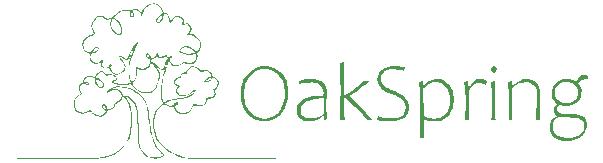
<source format=gbr>
%TF.GenerationSoftware,KiCad,Pcbnew,8.0.8*%
%TF.CreationDate,2025-02-03T20:21:24-05:00*%
%TF.ProjectId,OakSpring,4f616b53-7072-4696-9e67-2e6b69636164,rev?*%
%TF.SameCoordinates,Original*%
%TF.FileFunction,Legend,Top*%
%TF.FilePolarity,Positive*%
%FSLAX46Y46*%
G04 Gerber Fmt 4.6, Leading zero omitted, Abs format (unit mm)*
G04 Created by KiCad (PCBNEW 8.0.8) date 2025-02-03 20:21:24*
%MOMM*%
%LPD*%
G01*
G04 APERTURE LIST*
%ADD10C,0.100000*%
%ADD11C,0.000000*%
G04 APERTURE END LIST*
D10*
G36*
X340342270Y-104456819D02*
G01*
X340625516Y-104514293D01*
X340893133Y-104614871D01*
X341145123Y-104758555D01*
X341343177Y-104911218D01*
X341493806Y-105054902D01*
X341663733Y-105256647D01*
X341804858Y-105478725D01*
X341917182Y-105721137D01*
X342000706Y-105983883D01*
X342055428Y-106266963D01*
X342081349Y-106570376D01*
X342083653Y-106697435D01*
X342074017Y-106971559D01*
X342045108Y-107230953D01*
X341996927Y-107475616D01*
X341909600Y-107760729D01*
X341792159Y-108022824D01*
X341644606Y-108261903D01*
X341466939Y-108477965D01*
X341268731Y-108666186D01*
X341059550Y-108822505D01*
X340839398Y-108946922D01*
X340608273Y-109039438D01*
X340366177Y-109100051D01*
X340113109Y-109128763D01*
X340008810Y-109131315D01*
X339724849Y-109110321D01*
X339452737Y-109047337D01*
X339192476Y-108942365D01*
X338944064Y-108795405D01*
X338746105Y-108640863D01*
X338631280Y-108534141D01*
X338457132Y-108334764D01*
X338312500Y-108109865D01*
X338197385Y-107859444D01*
X338111787Y-107583502D01*
X338055705Y-107282039D01*
X338032092Y-107022493D01*
X338026779Y-106817114D01*
X338322313Y-106817114D01*
X338330651Y-107061357D01*
X338364527Y-107346052D01*
X338424461Y-107607850D01*
X338510453Y-107846750D01*
X338648040Y-108103205D01*
X338823150Y-108326687D01*
X338855983Y-108360729D01*
X339063223Y-108543338D01*
X339283771Y-108688167D01*
X339517629Y-108795214D01*
X339764796Y-108864480D01*
X340025272Y-108895964D01*
X340115055Y-108898063D01*
X340391320Y-108869838D01*
X340654846Y-108785163D01*
X340870586Y-108667654D01*
X341076967Y-108508672D01*
X341273988Y-108308217D01*
X341448712Y-108073772D01*
X341566701Y-107858855D01*
X341659586Y-107626168D01*
X341727367Y-107375712D01*
X341770044Y-107107486D01*
X341787617Y-106821491D01*
X341788119Y-106762159D01*
X341779952Y-106514825D01*
X341746774Y-106227017D01*
X341688075Y-105962941D01*
X341603854Y-105722598D01*
X341469100Y-105465514D01*
X341297596Y-105242604D01*
X341265439Y-105208775D01*
X341061907Y-105027410D01*
X340842403Y-104883569D01*
X340606928Y-104777252D01*
X340355482Y-104708459D01*
X340088065Y-104677189D01*
X339995376Y-104675104D01*
X339749304Y-104698095D01*
X339509801Y-104767067D01*
X339276866Y-104882021D01*
X339150296Y-104965753D01*
X338961161Y-105122756D01*
X338795533Y-105304335D01*
X338653415Y-105510491D01*
X338534804Y-105741224D01*
X338441839Y-105990734D01*
X338375436Y-106253218D01*
X338335594Y-106528678D01*
X338322520Y-106780350D01*
X338322313Y-106817114D01*
X338026779Y-106817114D01*
X338036434Y-106555908D01*
X338065400Y-106307791D01*
X338128762Y-106016053D01*
X338222297Y-105744769D01*
X338346005Y-105493937D01*
X338499885Y-105263558D01*
X338644713Y-105093981D01*
X338843357Y-104906112D01*
X339052317Y-104750085D01*
X339271593Y-104625900D01*
X339501185Y-104533558D01*
X339741093Y-104473058D01*
X339991317Y-104444400D01*
X340094295Y-104441852D01*
X340342270Y-104456819D01*
G37*
G36*
X344319003Y-105547981D02*
G01*
X344571050Y-105590800D01*
X344815738Y-105676195D01*
X344998691Y-105785188D01*
X345174503Y-105973093D01*
X345277060Y-106197269D01*
X345323943Y-106440329D01*
X345332083Y-106613171D01*
X345326568Y-106861589D01*
X345314909Y-107117137D01*
X345312543Y-107161496D01*
X345302114Y-107408597D01*
X345296014Y-107654543D01*
X345294225Y-107877128D01*
X345299186Y-108137247D01*
X345314070Y-108404692D01*
X345338876Y-108679466D01*
X345368720Y-108925903D01*
X345373604Y-108961566D01*
X345098831Y-108975000D01*
X345070280Y-108727062D01*
X345064637Y-108584211D01*
X345043876Y-108584211D01*
X344864143Y-108770141D01*
X344667494Y-108917602D01*
X344416691Y-109041021D01*
X344142863Y-109112081D01*
X343889829Y-109131315D01*
X343643525Y-109116126D01*
X343402379Y-109062728D01*
X343179078Y-108958304D01*
X343085048Y-108888293D01*
X342925134Y-108693969D01*
X342831599Y-108446829D01*
X342807760Y-108211741D01*
X343113136Y-108211741D01*
X343151938Y-108465841D01*
X343291310Y-108679821D01*
X343532041Y-108812285D01*
X343779108Y-108858137D01*
X343924023Y-108863869D01*
X344169155Y-108850016D01*
X344413531Y-108803304D01*
X344581036Y-108746632D01*
X344798088Y-108631424D01*
X344995772Y-108462725D01*
X345057309Y-108391259D01*
X345057309Y-107183478D01*
X344783240Y-107188905D01*
X344528132Y-107205183D01*
X344247034Y-107239043D01*
X343993241Y-107288531D01*
X343731660Y-107366019D01*
X343630931Y-107405739D01*
X343404396Y-107539004D01*
X343226910Y-107743302D01*
X343137914Y-107973234D01*
X343113136Y-108211741D01*
X342807760Y-108211741D01*
X342804169Y-108176325D01*
X342827252Y-107931833D01*
X342910161Y-107684328D01*
X343053367Y-107470863D01*
X343256871Y-107291440D01*
X343286549Y-107271406D01*
X343535515Y-107147160D01*
X343809287Y-107064013D01*
X344079999Y-107011187D01*
X344324433Y-106979702D01*
X344593634Y-106957797D01*
X344887603Y-106945470D01*
X345043876Y-106942899D01*
X345057309Y-106692550D01*
X345036057Y-106443902D01*
X344952361Y-106203492D01*
X344788642Y-106020882D01*
X344560580Y-105905535D01*
X344303248Y-105846567D01*
X344058356Y-105831594D01*
X343783125Y-105840372D01*
X343506978Y-105866704D01*
X343264598Y-105904145D01*
X343021517Y-105955027D01*
X342951936Y-105972034D01*
X342997121Y-105676500D01*
X343261209Y-105615058D01*
X343528349Y-105571170D01*
X343798543Y-105544838D01*
X344071789Y-105536060D01*
X344319003Y-105547981D01*
G37*
G36*
X346779221Y-106942899D02*
G01*
X346786549Y-106942899D01*
X347016631Y-106849044D01*
X347218315Y-106708912D01*
X347260380Y-106676674D01*
X347457079Y-106522866D01*
X347661119Y-106360943D01*
X347872502Y-106190905D01*
X347993108Y-106092934D01*
X348181425Y-105932879D01*
X348351860Y-105757634D01*
X348382676Y-105692376D01*
X348867498Y-105692376D01*
X348741713Y-105851133D01*
X348542500Y-106017746D01*
X348342337Y-106170367D01*
X348255669Y-106234595D01*
X347764741Y-106597295D01*
X347555914Y-106752161D01*
X347348536Y-106906526D01*
X347222522Y-107001517D01*
X347222522Y-107008845D01*
X347420355Y-107177966D01*
X347604400Y-107346243D01*
X347663381Y-107402076D01*
X347849152Y-107579189D01*
X348032702Y-107756514D01*
X348219701Y-107938627D01*
X348321615Y-108038328D01*
X348482815Y-108197086D01*
X348667295Y-108386069D01*
X348851741Y-108580223D01*
X349014856Y-108762732D01*
X349023813Y-108773499D01*
X349163032Y-108975000D01*
X348692864Y-108975000D01*
X348549677Y-108761287D01*
X348370693Y-108559176D01*
X348189471Y-108365919D01*
X348120115Y-108293562D01*
X347947654Y-108114804D01*
X347756916Y-107919028D01*
X347583866Y-107743689D01*
X347404330Y-107564955D01*
X347228628Y-107394748D01*
X347033307Y-107221623D01*
X346816408Y-107093339D01*
X346792655Y-107090666D01*
X346779221Y-107090666D01*
X346781963Y-107339773D01*
X346788285Y-107606915D01*
X346795740Y-107854095D01*
X346802424Y-108051762D01*
X346812292Y-108321757D01*
X346821566Y-108583670D01*
X346830152Y-108841079D01*
X346834176Y-108975000D01*
X346442166Y-108975000D01*
X346448120Y-108724444D01*
X346456821Y-108470638D01*
X346477581Y-107747679D01*
X346482816Y-107472424D01*
X346486764Y-107187352D01*
X346489126Y-106935190D01*
X346490543Y-106675816D01*
X346491015Y-106409228D01*
X346490349Y-106145274D01*
X346488353Y-105891968D01*
X346483621Y-105570788D01*
X346476522Y-105268538D01*
X346467058Y-104985216D01*
X346455228Y-104720823D01*
X346441031Y-104475359D01*
X346419958Y-104195148D01*
X346415300Y-104142655D01*
X346813415Y-104129221D01*
X346807305Y-104406971D01*
X346801795Y-104670983D01*
X346796886Y-104921255D01*
X346791276Y-105233581D01*
X346786735Y-105521482D01*
X346783262Y-105784959D01*
X346780424Y-106079959D01*
X346779255Y-106336795D01*
X346779221Y-106383583D01*
X346779221Y-106942899D01*
G37*
G36*
X349899424Y-105484769D02*
G01*
X349924926Y-105737303D01*
X349980024Y-105887770D01*
X350142612Y-106085947D01*
X350273115Y-106191852D01*
X350492137Y-106325456D01*
X350730846Y-106436625D01*
X350867847Y-106491050D01*
X351096920Y-106581830D01*
X351327963Y-106683341D01*
X351537072Y-106786584D01*
X351750666Y-106913047D01*
X351943527Y-107067482D01*
X351985258Y-107110205D01*
X352135095Y-107310103D01*
X352209961Y-107474127D01*
X352265023Y-107720161D01*
X352275907Y-107911322D01*
X352256038Y-108162960D01*
X352184673Y-108415198D01*
X352061407Y-108629731D01*
X351886239Y-108806559D01*
X351860694Y-108826011D01*
X351629426Y-108959582D01*
X351388249Y-109045150D01*
X351110840Y-109101500D01*
X350844224Y-109126545D01*
X350651692Y-109131315D01*
X350387807Y-109124887D01*
X350140051Y-109105603D01*
X349876650Y-109067821D01*
X349634315Y-109013248D01*
X349577023Y-108996981D01*
X349645411Y-108673360D01*
X349893785Y-108756908D01*
X350144337Y-108818410D01*
X350192515Y-108827233D01*
X350440187Y-108857912D01*
X350684420Y-108869599D01*
X350738398Y-108869975D01*
X351004253Y-108859690D01*
X351268302Y-108822748D01*
X351514632Y-108749075D01*
X351688503Y-108655041D01*
X351863018Y-108473678D01*
X351965093Y-108226801D01*
X351994728Y-107976081D01*
X351995027Y-107945516D01*
X351967033Y-107696513D01*
X351872636Y-107462069D01*
X351758112Y-107311706D01*
X351566391Y-107155762D01*
X351350160Y-107030664D01*
X351115126Y-106920953D01*
X350879622Y-106826729D01*
X350837316Y-106811008D01*
X350595459Y-106715395D01*
X350350190Y-106601785D01*
X350118541Y-106469227D01*
X349919975Y-106316631D01*
X349884769Y-106282222D01*
X349732503Y-106075015D01*
X349643441Y-105832887D01*
X349617323Y-105582466D01*
X349641061Y-105337460D01*
X349724512Y-105092118D01*
X349868049Y-104878847D01*
X349997121Y-104754483D01*
X350224184Y-104603358D01*
X350478103Y-104501692D01*
X350726353Y-104452843D01*
X350926465Y-104441852D01*
X351186977Y-104447579D01*
X351463239Y-104468149D01*
X351716602Y-104503679D01*
X351974267Y-104561531D01*
X351905879Y-104849738D01*
X351662037Y-104795475D01*
X351420751Y-104750896D01*
X351363660Y-104742271D01*
X351109967Y-104715609D01*
X350905704Y-104709298D01*
X350652344Y-104726783D01*
X350411393Y-104787223D01*
X350195659Y-104903571D01*
X350161985Y-104930338D01*
X349991987Y-105128475D01*
X349908654Y-105363697D01*
X349899424Y-105484769D01*
G37*
G36*
X354973162Y-105560195D02*
G01*
X355218322Y-105632598D01*
X355436718Y-105753271D01*
X355628350Y-105922212D01*
X355725837Y-106040422D01*
X355870969Y-106268844D01*
X355980455Y-106513862D01*
X356054295Y-106775476D01*
X356092487Y-107053686D01*
X356098307Y-107220115D01*
X356087455Y-107472205D01*
X356045781Y-107756137D01*
X355972851Y-108019805D01*
X355868666Y-108263208D01*
X355733226Y-108486347D01*
X355653785Y-108590317D01*
X355477344Y-108774172D01*
X355246860Y-108940592D01*
X354989845Y-109055237D01*
X354748431Y-109112295D01*
X354487526Y-109131315D01*
X354232769Y-109119827D01*
X353978890Y-109078020D01*
X353918440Y-109061706D01*
X353686500Y-108970004D01*
X353581385Y-108896842D01*
X353553297Y-108896842D01*
X353553621Y-109146084D01*
X353554939Y-109439927D01*
X353557270Y-109714092D01*
X353560616Y-109968579D01*
X353565968Y-110247989D01*
X353572780Y-110499063D01*
X353574057Y-110538154D01*
X353202808Y-110538154D01*
X353213134Y-110281896D01*
X353220041Y-110036756D01*
X353224812Y-109775282D01*
X353227233Y-109533094D01*
X353228660Y-109281331D01*
X353229737Y-109021854D01*
X353230463Y-108754663D01*
X353230839Y-108479759D01*
X353230896Y-108319207D01*
X353230896Y-107687840D01*
X353230295Y-107430097D01*
X353228075Y-107153923D01*
X353224218Y-106904164D01*
X353217806Y-106651067D01*
X353213799Y-106537456D01*
X353201798Y-106322522D01*
X353498342Y-106322522D01*
X353500362Y-106587411D01*
X353505021Y-106838485D01*
X353511432Y-107087613D01*
X353515439Y-107221336D01*
X353526430Y-107930861D01*
X353529650Y-108190441D01*
X353531940Y-108453765D01*
X353532536Y-108633060D01*
X353750224Y-108756824D01*
X353929431Y-108818684D01*
X354173063Y-108867227D01*
X354432571Y-108883408D01*
X354695412Y-108862254D01*
X354931490Y-108798792D01*
X355168520Y-108674457D01*
X355370592Y-108494862D01*
X355415648Y-108441329D01*
X355553167Y-108233777D01*
X355656910Y-107997942D01*
X355726876Y-107733824D01*
X355759963Y-107484925D01*
X355768579Y-107261636D01*
X355757202Y-107014583D01*
X355715169Y-106753595D01*
X355629207Y-106491244D01*
X355502792Y-106267209D01*
X355444958Y-106193073D01*
X355244577Y-106008299D01*
X355006136Y-105883997D01*
X354762237Y-105824272D01*
X354559577Y-105810833D01*
X354310793Y-105830754D01*
X354066858Y-105897296D01*
X353946528Y-105952494D01*
X353729710Y-106093044D01*
X353545149Y-106266785D01*
X353498342Y-106322522D01*
X353201798Y-106322522D01*
X353199059Y-106273464D01*
X353176209Y-106029507D01*
X353141707Y-105784296D01*
X353138084Y-105763206D01*
X353461706Y-105692376D01*
X353512997Y-106083164D01*
X353526430Y-106083164D01*
X353693393Y-105890923D01*
X353898662Y-105741297D01*
X353990491Y-105691154D01*
X354233551Y-105596644D01*
X354481098Y-105548328D01*
X354701238Y-105536060D01*
X354973162Y-105560195D01*
G37*
G36*
X358835048Y-106083164D02*
G01*
X358625019Y-105934329D01*
X358388572Y-105850609D01*
X358257414Y-105838921D01*
X358012146Y-105869557D01*
X357778665Y-105971070D01*
X357702983Y-106024546D01*
X357532830Y-106203179D01*
X357411901Y-106417445D01*
X357357379Y-106564323D01*
X357357626Y-106865235D01*
X357358367Y-107150649D01*
X357359601Y-107420563D01*
X357361329Y-107674979D01*
X357364401Y-107990090D01*
X357368351Y-108277648D01*
X357373179Y-108537652D01*
X357380447Y-108823910D01*
X357385467Y-108975000D01*
X357048412Y-108975000D01*
X357058263Y-108689994D01*
X357066444Y-108414290D01*
X357072955Y-108147889D01*
X357077797Y-107890790D01*
X357080970Y-107642993D01*
X357082573Y-107357916D01*
X357082606Y-107311706D01*
X357077926Y-107023852D01*
X357063887Y-106735483D01*
X357040488Y-106446599D01*
X357007730Y-106157200D01*
X356965613Y-105867286D01*
X356949494Y-105770533D01*
X357251133Y-105692376D01*
X357297193Y-105938295D01*
X357333791Y-106187805D01*
X357337840Y-106239480D01*
X357379361Y-106239480D01*
X357526026Y-106016662D01*
X357687341Y-105822632D01*
X357809228Y-105710694D01*
X358032405Y-105579719D01*
X358264741Y-105536060D01*
X358524402Y-105564577D01*
X358782689Y-105634416D01*
X358924197Y-105685048D01*
X358835048Y-106083164D01*
G37*
G36*
X359517707Y-104441852D02*
G01*
X359669138Y-104520010D01*
X359727756Y-104699528D01*
X359665474Y-104903471D01*
X359476186Y-104988956D01*
X359306437Y-104913241D01*
X359242934Y-104731280D01*
X359316207Y-104531001D01*
X359517707Y-104441852D01*
G37*
G36*
X359222173Y-105783967D02*
G01*
X359610519Y-105692376D01*
X359599613Y-105943977D01*
X359590555Y-106205715D01*
X359583346Y-106477590D01*
X359577985Y-106759602D01*
X359574473Y-107051752D01*
X359572810Y-107354038D01*
X359572662Y-107477791D01*
X359573914Y-107732338D01*
X359577671Y-107979252D01*
X359585484Y-108265474D01*
X359596905Y-108540705D01*
X359611931Y-108804945D01*
X359623953Y-108975000D01*
X359263695Y-108975000D01*
X359278471Y-108722385D01*
X359290743Y-108476687D01*
X359302163Y-108190980D01*
X359309977Y-107915234D01*
X359314184Y-107649448D01*
X359314986Y-107477791D01*
X359312720Y-107184634D01*
X359305922Y-106902031D01*
X359294592Y-106629983D01*
X359278731Y-106368489D01*
X359258337Y-106117550D01*
X359227883Y-105830355D01*
X359222173Y-105783967D01*
G37*
G36*
X361043004Y-106161322D02*
G01*
X361050331Y-106161322D01*
X361226113Y-105981193D01*
X361436658Y-105805338D01*
X361646774Y-105673447D01*
X361891366Y-105575139D01*
X362135374Y-105536671D01*
X362170184Y-105536060D01*
X362416238Y-105548449D01*
X362662808Y-105592947D01*
X362896044Y-105681690D01*
X363064113Y-105794958D01*
X363222537Y-105994335D01*
X363314951Y-106238014D01*
X363357198Y-106505708D01*
X363364532Y-106697435D01*
X363362090Y-106949005D01*
X363358426Y-107127302D01*
X363358784Y-107378343D01*
X363360158Y-107637088D01*
X363362090Y-107817288D01*
X363364532Y-108975000D01*
X363021371Y-108975000D01*
X363040834Y-108706600D01*
X363057702Y-108435681D01*
X363071975Y-108162243D01*
X363083653Y-107886287D01*
X363092735Y-107607812D01*
X363099223Y-107326818D01*
X363103116Y-107043306D01*
X363104413Y-106757274D01*
X363086706Y-106508681D01*
X363014769Y-106257831D01*
X362871724Y-106058758D01*
X362821092Y-106018440D01*
X362585588Y-105896395D01*
X362329279Y-105834003D01*
X362090806Y-105818161D01*
X361844961Y-105839782D01*
X361608583Y-105904647D01*
X361381672Y-106012756D01*
X361164228Y-106164108D01*
X361044225Y-106270010D01*
X361039481Y-106538239D01*
X361037613Y-106794068D01*
X361036926Y-107069643D01*
X361036898Y-107145621D01*
X361037091Y-107397983D01*
X361037670Y-107642617D01*
X361038768Y-107905368D01*
X361039340Y-108007798D01*
X361046667Y-108750296D01*
X361050331Y-108975000D01*
X360720603Y-108975000D01*
X360734914Y-108676260D01*
X360747317Y-108403471D01*
X360757812Y-108156633D01*
X360768247Y-107884579D01*
X360776834Y-107611638D01*
X360781425Y-107367004D01*
X360781664Y-107311706D01*
X360776855Y-107051129D01*
X360762430Y-106776814D01*
X360738387Y-106488760D01*
X360711005Y-106238220D01*
X360676945Y-105978140D01*
X360644888Y-105763206D01*
X360981943Y-105692376D01*
X361043004Y-106161322D01*
G37*
G36*
X367302887Y-105229289D02*
G01*
X367438503Y-105244190D01*
X367411636Y-105533618D01*
X367157585Y-105546841D01*
X366908608Y-105600562D01*
X366842550Y-105627651D01*
X366657702Y-105791351D01*
X366638607Y-105871894D01*
X366638607Y-105892655D01*
X366779810Y-106093201D01*
X366838886Y-106212613D01*
X366899494Y-106454571D01*
X366906053Y-106580198D01*
X366883041Y-106837512D01*
X366814004Y-107074561D01*
X366742411Y-107221336D01*
X366583234Y-107430155D01*
X366388002Y-107583198D01*
X366252704Y-107654867D01*
X366004721Y-107744912D01*
X365749869Y-107793398D01*
X365576151Y-107802634D01*
X365325938Y-107791909D01*
X365234211Y-107781873D01*
X364999738Y-107725697D01*
X364838701Y-107915544D01*
X364793353Y-108131140D01*
X364904324Y-108354311D01*
X365051029Y-108425453D01*
X365293984Y-108471342D01*
X365553339Y-108492751D01*
X365837376Y-108503220D01*
X366123255Y-108506053D01*
X366415488Y-108518666D01*
X366668756Y-108556505D01*
X366930548Y-108639276D01*
X367164334Y-108790631D01*
X367310450Y-108998743D01*
X367368897Y-109263613D01*
X367370115Y-109313276D01*
X367347733Y-109572369D01*
X367280589Y-109813230D01*
X367168682Y-110035858D01*
X367012013Y-110240254D01*
X366902390Y-110348866D01*
X366681172Y-110513983D01*
X366425711Y-110638546D01*
X366179488Y-110713035D01*
X365908107Y-110757729D01*
X365662737Y-110772213D01*
X365611566Y-110772627D01*
X365341437Y-110759362D01*
X365096319Y-110719566D01*
X364846809Y-110641599D01*
X364629967Y-110528980D01*
X364580861Y-110495411D01*
X364394906Y-110317742D01*
X364269809Y-110096604D01*
X364205571Y-109831995D01*
X364196179Y-109666207D01*
X364208793Y-109537979D01*
X364450191Y-109537979D01*
X364475984Y-109786241D01*
X364565142Y-110020848D01*
X364717984Y-110212044D01*
X364776256Y-110260938D01*
X365010338Y-110392958D01*
X365272810Y-110469970D01*
X365547316Y-110505175D01*
X365738572Y-110511287D01*
X366015263Y-110497554D01*
X366262969Y-110456356D01*
X366510571Y-110375642D01*
X366743870Y-110241958D01*
X366766835Y-110224302D01*
X366958103Y-110034369D01*
X367078531Y-109821778D01*
X367129181Y-109561756D01*
X367129535Y-109536758D01*
X367097789Y-109293488D01*
X366978410Y-109071475D01*
X366860868Y-108970115D01*
X366614083Y-108869994D01*
X366355567Y-108823283D01*
X366074769Y-108800442D01*
X365793527Y-108794260D01*
X365528676Y-108789609D01*
X365271458Y-108775655D01*
X365021872Y-108752400D01*
X364972871Y-108746632D01*
X364752442Y-108876997D01*
X364586967Y-109055600D01*
X364484385Y-109277555D01*
X364450325Y-109520576D01*
X364450191Y-109537979D01*
X364208793Y-109537979D01*
X364221171Y-109412148D01*
X364296147Y-109177840D01*
X364347609Y-109076360D01*
X364510265Y-108870195D01*
X364715301Y-108724801D01*
X364808007Y-108680687D01*
X364808007Y-108667254D01*
X364622383Y-108507274D01*
X364552090Y-108264551D01*
X364550331Y-108209298D01*
X364600113Y-107967751D01*
X364734437Y-107763388D01*
X364851971Y-107652424D01*
X364851971Y-107645097D01*
X364654764Y-107498074D01*
X364533234Y-107343457D01*
X364422204Y-107116254D01*
X364374778Y-106873466D01*
X364370812Y-106771929D01*
X364381379Y-106649808D01*
X364639480Y-106649808D01*
X364666313Y-106905714D01*
X364757815Y-107140102D01*
X364914253Y-107325139D01*
X365124661Y-107457938D01*
X365378071Y-107535612D01*
X365645760Y-107558391D01*
X365890838Y-107535851D01*
X366127089Y-107458990D01*
X366328419Y-107327581D01*
X366492138Y-107130890D01*
X366580294Y-106888860D01*
X366597086Y-106702320D01*
X366570730Y-106449085D01*
X366480855Y-106213227D01*
X366327198Y-106022103D01*
X366118417Y-105882352D01*
X365863170Y-105800611D01*
X365619770Y-105776879D01*
X365590806Y-105776639D01*
X365337427Y-105799656D01*
X365097555Y-105878145D01*
X364898377Y-106012334D01*
X364740611Y-106211888D01*
X364655661Y-106458840D01*
X364639480Y-106649808D01*
X364381379Y-106649808D01*
X364392184Y-106524938D01*
X364467317Y-106269700D01*
X364596546Y-106038418D01*
X364712752Y-105897540D01*
X364899293Y-105739392D01*
X365116974Y-105626430D01*
X365365797Y-105558653D01*
X365609062Y-105536413D01*
X365645760Y-105536060D01*
X365901452Y-105551325D01*
X366152247Y-105604992D01*
X366385136Y-105709940D01*
X366483513Y-105780303D01*
X366511601Y-105780303D01*
X366589936Y-105545404D01*
X366713101Y-105358984D01*
X366931866Y-105236667D01*
X367053820Y-105223429D01*
X367302887Y-105229289D01*
G37*
D11*
%TO.C,G\u002A\u002A\u002A*%
G36*
X330886369Y-99152502D02*
G01*
X331014046Y-99202384D01*
X331026292Y-99208254D01*
X331216044Y-99340197D01*
X331370685Y-99525965D01*
X331471950Y-99742696D01*
X331481971Y-99778685D01*
X331514763Y-99882244D01*
X331556474Y-99929260D01*
X331627025Y-99940929D01*
X331634501Y-99940971D01*
X331791546Y-99974644D01*
X331912046Y-100076546D01*
X331997475Y-100248007D01*
X332005981Y-100275134D01*
X332040722Y-100408771D01*
X332062576Y-100524861D01*
X332066422Y-100569683D01*
X332082818Y-100645462D01*
X332120110Y-100652468D01*
X332160452Y-100590221D01*
X332166434Y-100572372D01*
X332236961Y-100442663D01*
X332356315Y-100318925D01*
X332466869Y-100244763D01*
X332646625Y-100193700D01*
X332840050Y-100218683D01*
X332992256Y-100287591D01*
X333135765Y-100407824D01*
X333217215Y-100556846D01*
X333229198Y-100719659D01*
X333222369Y-100753509D01*
X333211011Y-100812257D01*
X333227282Y-100839227D01*
X333288559Y-100842147D01*
X333395911Y-100830673D01*
X333518394Y-100820659D01*
X333598846Y-100835474D01*
X333672714Y-100887217D01*
X333733513Y-100945908D01*
X333843491Y-101100545D01*
X333875813Y-101266282D01*
X333830420Y-101442210D01*
X333774150Y-101540276D01*
X333706652Y-101642832D01*
X333683200Y-101696573D01*
X333703183Y-101717265D01*
X333765991Y-101720672D01*
X333767157Y-101720672D01*
X333961807Y-101754591D01*
X334165375Y-101846364D01*
X334357722Y-101981019D01*
X334518708Y-102143580D01*
X334628192Y-102319074D01*
X334649385Y-102376597D01*
X334690022Y-102617580D01*
X334670907Y-102849383D01*
X334596241Y-103055345D01*
X334470221Y-103218804D01*
X334428514Y-103253063D01*
X334351841Y-103319838D01*
X334331395Y-103377988D01*
X334346343Y-103436158D01*
X334383789Y-103630635D01*
X334360274Y-103829802D01*
X334282226Y-104010162D01*
X334156073Y-104148218D01*
X334150417Y-104152315D01*
X333995931Y-104244114D01*
X333846558Y-104286431D01*
X333678710Y-104281915D01*
X333468804Y-104233212D01*
X333458039Y-104230038D01*
X333166191Y-104143398D01*
X333080813Y-104251939D01*
X332931185Y-104379355D01*
X332727513Y-104451524D01*
X332533615Y-104468740D01*
X332413675Y-104463579D01*
X332328091Y-104438751D01*
X332245938Y-104380235D01*
X332162785Y-104300627D01*
X332031760Y-104141377D01*
X331967963Y-103989329D01*
X331965751Y-103978353D01*
X331894110Y-103805998D01*
X331798949Y-103694154D01*
X331661069Y-103564116D01*
X331577436Y-103642686D01*
X331436846Y-103740651D01*
X331294064Y-103781333D01*
X331168226Y-103760079D01*
X331146162Y-103747586D01*
X331066062Y-103672425D01*
X331025100Y-103601967D01*
X331005331Y-103555751D01*
X330977825Y-103555080D01*
X330926614Y-103606331D01*
X330882649Y-103658852D01*
X330750350Y-103777548D01*
X330611802Y-103845869D01*
X330509803Y-103885294D01*
X330465054Y-103934303D01*
X330456621Y-103994042D01*
X330421586Y-104222018D01*
X330325266Y-104431835D01*
X330179354Y-104603398D01*
X330050786Y-104691627D01*
X329897352Y-104739696D01*
X329712033Y-104754185D01*
X329531325Y-104734936D01*
X329413095Y-104694350D01*
X329291916Y-104630386D01*
X329295321Y-104932330D01*
X329275942Y-105223752D01*
X329208117Y-105460871D01*
X329088209Y-105653857D01*
X329007440Y-105737112D01*
X328933212Y-105807947D01*
X328894596Y-105866407D01*
X328894930Y-105927848D01*
X328937552Y-106007627D01*
X329025802Y-106121102D01*
X329113578Y-106225347D01*
X329343226Y-106437960D01*
X329536585Y-106553487D01*
X329671838Y-106616103D01*
X329780402Y-106651240D01*
X329894289Y-106665057D01*
X330045511Y-106663711D01*
X330098052Y-106661494D01*
X330346793Y-106631354D01*
X330540752Y-106559306D01*
X330696650Y-106434533D01*
X330831203Y-106246216D01*
X330880499Y-106155187D01*
X330949754Y-105991873D01*
X331012458Y-105795025D01*
X331063551Y-105587318D01*
X331097973Y-105391423D01*
X331110665Y-105230013D01*
X331104388Y-105151940D01*
X331079807Y-105032526D01*
X331065567Y-104963351D01*
X331033623Y-104893786D01*
X330963018Y-104781627D01*
X330865428Y-104644540D01*
X330790761Y-104547542D01*
X330684637Y-104409117D01*
X330600068Y-104289638D01*
X330547509Y-104204436D01*
X330535356Y-104173023D01*
X330552305Y-104109685D01*
X330605256Y-104104422D01*
X330697362Y-104158684D01*
X330831778Y-104273921D01*
X330902537Y-104341763D01*
X331079671Y-104508989D01*
X331215389Y-104621194D01*
X331317764Y-104684314D01*
X331394869Y-104704287D01*
X331395549Y-104704289D01*
X331457763Y-104665962D01*
X331524092Y-104554184D01*
X331592259Y-104373761D01*
X331651308Y-104164615D01*
X331696520Y-103996291D01*
X331733409Y-103891811D01*
X331768199Y-103837859D01*
X331807115Y-103821122D01*
X331811952Y-103820981D01*
X331879155Y-103854949D01*
X331914294Y-103950264D01*
X331918331Y-104097041D01*
X331892234Y-104285397D01*
X331836967Y-104505448D01*
X331753496Y-104747310D01*
X331711425Y-104850294D01*
X331587131Y-105161623D01*
X331496899Y-105442686D01*
X331436008Y-105717484D01*
X331399741Y-106010019D01*
X331383378Y-106344292D01*
X331381199Y-106529791D01*
X331381451Y-106771545D01*
X331384860Y-106950051D01*
X331393020Y-107080562D01*
X331407525Y-107178331D01*
X331429968Y-107258610D01*
X331461943Y-107336653D01*
X331466564Y-107346739D01*
X331553724Y-107535556D01*
X331721742Y-107438658D01*
X331898618Y-107348582D01*
X332084320Y-107281482D01*
X332298678Y-107232221D01*
X332561523Y-107195668D01*
X332719452Y-107180368D01*
X332925663Y-107158851D01*
X333124302Y-107131832D01*
X333290202Y-107103075D01*
X333383508Y-107081032D01*
X333543539Y-107016664D01*
X333716900Y-106920501D01*
X333879842Y-106808348D01*
X334008616Y-106696012D01*
X334064321Y-106627936D01*
X334092101Y-106578718D01*
X334079666Y-106575936D01*
X334019940Y-106622290D01*
X333971889Y-106663225D01*
X333754240Y-106814930D01*
X333503490Y-106932803D01*
X333253512Y-107001500D01*
X333212282Y-107007333D01*
X333068316Y-107014004D01*
X332951906Y-106986877D01*
X332852081Y-106937563D01*
X332690420Y-106811703D01*
X332599162Y-106660121D01*
X332580863Y-106491322D01*
X332638080Y-106313812D01*
X332655452Y-106283461D01*
X332733833Y-106154904D01*
X332640832Y-106119545D01*
X332524427Y-106042486D01*
X332430929Y-105923406D01*
X332382799Y-105793155D01*
X332380487Y-105761976D01*
X332416003Y-105627487D01*
X332508844Y-105504923D01*
X332638451Y-105416154D01*
X332733141Y-105386859D01*
X332835985Y-105359740D01*
X332897680Y-105304011D01*
X332942215Y-105210576D01*
X333030543Y-105072837D01*
X333165145Y-104997014D01*
X333306580Y-104979096D01*
X333393282Y-104951708D01*
X333444043Y-104871136D01*
X333552632Y-104689052D01*
X333713935Y-104554847D01*
X333910997Y-104480190D01*
X334028640Y-104468740D01*
X334256907Y-104502960D01*
X334450477Y-104607181D01*
X334569161Y-104724465D01*
X334690912Y-104872169D01*
X334851641Y-104807858D01*
X335042260Y-104752624D01*
X335203332Y-104757477D01*
X335354648Y-104821851D01*
X335472319Y-104919534D01*
X335570173Y-105046418D01*
X335629428Y-105175155D01*
X335638764Y-105235484D01*
X335663778Y-105298582D01*
X335747656Y-105351040D01*
X335804478Y-105372887D01*
X335965186Y-105466685D01*
X336095593Y-105614484D01*
X336174346Y-105791628D01*
X336180538Y-105970567D01*
X336116817Y-106151526D01*
X335999859Y-106306247D01*
X335915318Y-106396651D01*
X335878120Y-106463245D01*
X335877256Y-106534748D01*
X335889882Y-106593106D01*
X335906292Y-106776559D01*
X335853833Y-106940583D01*
X335762645Y-107065905D01*
X335683805Y-107141318D01*
X335601012Y-107179820D01*
X335481163Y-107194922D01*
X335442497Y-107196591D01*
X335232515Y-107203980D01*
X335165735Y-107408829D01*
X335071182Y-107619980D01*
X334945321Y-107762854D01*
X334783094Y-107843174D01*
X334781303Y-107843672D01*
X334625282Y-107858836D01*
X334442745Y-107836965D01*
X334272523Y-107784546D01*
X334200675Y-107746661D01*
X334131317Y-107712096D01*
X334097899Y-107710937D01*
X334072070Y-107752888D01*
X334021497Y-107845989D01*
X333956514Y-107971145D01*
X333948066Y-107987751D01*
X333792854Y-108226402D01*
X333606570Y-108393372D01*
X333390599Y-108488012D01*
X333146324Y-108509675D01*
X332917508Y-108470236D01*
X332755357Y-108395464D01*
X332600459Y-108273814D01*
X332477059Y-108127920D01*
X332414809Y-108000974D01*
X332380772Y-107905593D01*
X332339657Y-107867749D01*
X332265761Y-107868704D01*
X332239013Y-107872833D01*
X332078066Y-107873400D01*
X331891332Y-107837317D01*
X331716730Y-107773827D01*
X331630969Y-107724590D01*
X331523653Y-107648175D01*
X331310882Y-107842635D01*
X331074028Y-108111281D01*
X330893840Y-108428510D01*
X330772568Y-108786309D01*
X330712461Y-109176661D01*
X330715768Y-109591549D01*
X330748645Y-109846159D01*
X330830332Y-110199565D01*
X330949310Y-110503705D01*
X331117186Y-110780885D01*
X331345568Y-111053405D01*
X331413308Y-111123251D01*
X331823621Y-111481063D01*
X332281615Y-111776681D01*
X332786349Y-112009556D01*
X333146021Y-112129018D01*
X333460086Y-112218675D01*
X337317195Y-112231543D01*
X337996389Y-112234192D01*
X338615487Y-112237394D01*
X339172521Y-112241124D01*
X339665528Y-112245355D01*
X340092542Y-112250061D01*
X340451596Y-112255217D01*
X340740727Y-112260797D01*
X340957967Y-112266774D01*
X341101352Y-112273124D01*
X341168916Y-112279819D01*
X341174305Y-112282386D01*
X341135362Y-112289223D01*
X341019791Y-112295435D01*
X340829477Y-112301004D01*
X340566306Y-112305910D01*
X340232162Y-112310134D01*
X339828932Y-112313657D01*
X339358501Y-112316459D01*
X338822754Y-112318522D01*
X338223578Y-112319826D01*
X337562856Y-112320352D01*
X337449121Y-112320363D01*
X336801201Y-112320333D01*
X336226618Y-112320084D01*
X335720193Y-112319382D01*
X335276746Y-112317988D01*
X334891098Y-112315669D01*
X334558069Y-112312186D01*
X334272482Y-112307304D01*
X334029155Y-112300788D01*
X333822910Y-112292400D01*
X333648568Y-112281904D01*
X333500950Y-112269065D01*
X333374875Y-112253646D01*
X333265165Y-112235411D01*
X333166640Y-112214124D01*
X333074122Y-112189549D01*
X332982430Y-112161449D01*
X332886386Y-112129589D01*
X332827633Y-112109630D01*
X332374018Y-111924209D01*
X331962631Y-111687724D01*
X331577027Y-111389737D01*
X331339977Y-111165779D01*
X331084151Y-110878146D01*
X330892526Y-110590944D01*
X330758809Y-110288334D01*
X330676705Y-109954475D01*
X330639918Y-109573529D01*
X330636467Y-109395634D01*
X330654911Y-109002973D01*
X330714507Y-108666017D01*
X330820514Y-108370640D01*
X330978193Y-108102713D01*
X331192804Y-107848109D01*
X331224803Y-107815609D01*
X331441550Y-107598862D01*
X331634583Y-107598862D01*
X331665162Y-107639253D01*
X331739086Y-107691634D01*
X331742543Y-107693633D01*
X331879971Y-107752476D01*
X332029286Y-107785380D01*
X332172047Y-107792555D01*
X332289817Y-107774212D01*
X332364155Y-107730559D01*
X332377165Y-107695371D01*
X332459004Y-107695371D01*
X332485011Y-107706757D01*
X332543769Y-107683901D01*
X332606382Y-107641187D01*
X332637410Y-107606566D01*
X332646294Y-107552206D01*
X332639837Y-107541588D01*
X332599061Y-107547461D01*
X332536923Y-107591164D01*
X332481071Y-107649185D01*
X332459004Y-107695371D01*
X332377165Y-107695371D01*
X332380487Y-107686386D01*
X332412872Y-107609483D01*
X332491517Y-107529601D01*
X332588658Y-107469940D01*
X332660588Y-107452357D01*
X332722299Y-107476735D01*
X332735324Y-107538610D01*
X332707607Y-107621087D01*
X332647091Y-107707275D01*
X332561720Y-107780282D01*
X332490091Y-107814946D01*
X332461939Y-107859276D01*
X332477725Y-107945043D01*
X332530574Y-108053824D01*
X332613617Y-108167195D01*
X332627080Y-108182189D01*
X332807299Y-108323301D01*
X333020075Y-108402896D01*
X333246609Y-108418677D01*
X333468098Y-108368348D01*
X333597924Y-108300778D01*
X333707539Y-108202823D01*
X333815424Y-108050666D01*
X333894132Y-107907082D01*
X333967494Y-107771807D01*
X334032347Y-107668664D01*
X334078034Y-107614030D01*
X334087884Y-107609389D01*
X334146832Y-107626086D01*
X334244078Y-107668006D01*
X334284506Y-107687906D01*
X334451709Y-107745324D01*
X334629521Y-107766422D01*
X334762937Y-107756915D01*
X334856356Y-107719255D01*
X334932101Y-107654851D01*
X335013742Y-107543294D01*
X335077583Y-107405150D01*
X335088052Y-107370230D01*
X335118581Y-107254335D01*
X335142923Y-107167333D01*
X335148831Y-107148263D01*
X335200089Y-107116587D01*
X335323754Y-107104086D01*
X335382023Y-107104344D01*
X335544452Y-107096742D01*
X335654532Y-107056712D01*
X335735790Y-106972006D01*
X335778903Y-106897738D01*
X335828787Y-106759338D01*
X335817442Y-106631435D01*
X335776072Y-106535118D01*
X335727436Y-106426850D01*
X335725146Y-106370074D01*
X335768882Y-106353144D01*
X335771020Y-106353130D01*
X335865695Y-106319303D01*
X335962765Y-106232490D01*
X336041353Y-106114696D01*
X336071439Y-106036505D01*
X336084192Y-105856574D01*
X336033816Y-105685180D01*
X335930312Y-105544058D01*
X335808176Y-105464201D01*
X335712173Y-105427663D01*
X335661271Y-105425432D01*
X335629231Y-105459019D01*
X335620079Y-105475026D01*
X335533794Y-105591093D01*
X335414549Y-105703480D01*
X335289333Y-105789475D01*
X335206131Y-105823352D01*
X335088192Y-105824780D01*
X335002880Y-105780435D01*
X334971523Y-105704631D01*
X334977948Y-105691379D01*
X335078160Y-105691379D01*
X335078459Y-105735436D01*
X335128636Y-105747981D01*
X335216850Y-105726985D01*
X335331260Y-105670419D01*
X335355884Y-105654895D01*
X335439528Y-105582876D01*
X335484854Y-105523150D01*
X335496213Y-105465976D01*
X335456277Y-105447981D01*
X335379376Y-105465233D01*
X335279840Y-105513803D01*
X335171999Y-105589761D01*
X335139580Y-105617838D01*
X335078160Y-105691379D01*
X334977948Y-105691379D01*
X335003650Y-105638362D01*
X335086399Y-105554713D01*
X335199327Y-105469682D01*
X335321987Y-105399267D01*
X335402711Y-105367234D01*
X335513301Y-105319382D01*
X335559604Y-105264674D01*
X335560248Y-105257503D01*
X335528635Y-105146335D01*
X335448298Y-105025929D01*
X335340297Y-104923026D01*
X335259575Y-104875753D01*
X335163434Y-104842107D01*
X335082264Y-104838627D01*
X334978316Y-104865838D01*
X334936555Y-104880238D01*
X334816217Y-104922373D01*
X334719849Y-104955554D01*
X334692601Y-104964678D01*
X334626624Y-104947283D01*
X334551901Y-104853526D01*
X334548412Y-104847670D01*
X334414295Y-104689809D01*
X334239895Y-104586574D01*
X334044317Y-104546342D01*
X333897082Y-104562083D01*
X333747125Y-104634714D01*
X333615620Y-104759830D01*
X333528092Y-104911722D01*
X333517818Y-104944127D01*
X333486853Y-105042187D01*
X333449670Y-105081984D01*
X333382193Y-105081715D01*
X333344549Y-105075071D01*
X333192819Y-105074496D01*
X333083872Y-105139413D01*
X333014648Y-105271774D01*
X333009825Y-105288676D01*
X332976597Y-105385598D01*
X332927725Y-105434113D01*
X332835281Y-105457593D01*
X332802448Y-105462242D01*
X332657194Y-105508452D01*
X332539683Y-105594487D01*
X332469860Y-105702809D01*
X332459004Y-105764258D01*
X332494871Y-105877340D01*
X332589190Y-105977561D01*
X332722032Y-106047402D01*
X332802573Y-106066290D01*
X332919817Y-106091240D01*
X332965429Y-106122944D01*
X332936721Y-106157917D01*
X332888134Y-106177328D01*
X332808339Y-106233114D01*
X332729062Y-106333179D01*
X332671542Y-106446073D01*
X332655441Y-106521926D01*
X332692015Y-106667904D01*
X332792906Y-106794220D01*
X332940367Y-106881625D01*
X333149186Y-106920305D01*
X333379235Y-106888751D01*
X333622438Y-106789570D01*
X333870718Y-106625369D01*
X333956836Y-106553449D01*
X334082689Y-106449632D01*
X334164139Y-106402659D01*
X334209015Y-106410749D01*
X334225149Y-106472126D01*
X334225619Y-106492402D01*
X334193823Y-106586259D01*
X334108464Y-106703710D01*
X333984580Y-106830165D01*
X333837211Y-106951031D01*
X333681398Y-107051715D01*
X333613865Y-107085944D01*
X333519795Y-107125578D01*
X333420616Y-107158348D01*
X333303479Y-107186633D01*
X333155533Y-107212812D01*
X332963927Y-107239264D01*
X332715811Y-107268368D01*
X332504838Y-107291251D01*
X332245699Y-107329699D01*
X332031821Y-107388293D01*
X331886523Y-107448109D01*
X331762397Y-107510488D01*
X331672426Y-107563888D01*
X331634789Y-107597433D01*
X331634583Y-107598862D01*
X331441550Y-107598862D01*
X331472260Y-107568152D01*
X331399644Y-107402295D01*
X331316500Y-107170027D01*
X331269095Y-106924973D01*
X331255281Y-106647696D01*
X331272912Y-106318761D01*
X331276119Y-106284380D01*
X331338130Y-105810396D01*
X331430745Y-105385729D01*
X331560122Y-104985085D01*
X331641180Y-104784331D01*
X331726702Y-104571073D01*
X331779915Y-104397861D01*
X331808285Y-104237047D01*
X331816486Y-104135046D01*
X331819885Y-104000766D01*
X331812129Y-103943650D01*
X331793581Y-103963194D01*
X331764605Y-104058895D01*
X331725565Y-104230251D01*
X331716663Y-104273155D01*
X331666170Y-104452715D01*
X331597181Y-104608678D01*
X331519783Y-104721745D01*
X331457609Y-104768728D01*
X331355163Y-104777707D01*
X331230547Y-104730289D01*
X331076727Y-104622819D01*
X330933082Y-104496017D01*
X330817648Y-104389159D01*
X330752618Y-104334358D01*
X330738133Y-104333253D01*
X330774337Y-104387482D01*
X330861373Y-104498686D01*
X330942011Y-104598296D01*
X331098921Y-104832048D01*
X331183055Y-105062456D01*
X331201021Y-105226524D01*
X331185536Y-105417861D01*
X331140288Y-105649180D01*
X331072685Y-105891301D01*
X330990134Y-106115045D01*
X330956928Y-106188067D01*
X330814618Y-106424298D01*
X330645350Y-106592303D01*
X330438511Y-106698623D01*
X330183491Y-106749798D01*
X330034245Y-106756753D01*
X329750671Y-106728629D01*
X329492668Y-106636808D01*
X329251186Y-106476557D01*
X329017176Y-106243138D01*
X328989114Y-106209923D01*
X328755875Y-105929312D01*
X328595461Y-105989195D01*
X328455912Y-106022882D01*
X328256365Y-106045226D01*
X328041647Y-106053886D01*
X327856207Y-106054392D01*
X327723824Y-106047297D01*
X327619085Y-106027759D01*
X327516579Y-105990940D01*
X327390895Y-105932000D01*
X327384074Y-105928645D01*
X327256823Y-105859441D01*
X327163160Y-105796001D01*
X327120750Y-105750545D01*
X327119900Y-105745894D01*
X327153954Y-105703305D01*
X327239852Y-105657366D01*
X327286747Y-105640394D01*
X327395822Y-105596931D01*
X327448844Y-105544866D01*
X327466086Y-105478916D01*
X327464238Y-105407505D01*
X327426643Y-105356648D01*
X327335771Y-105305626D01*
X327309053Y-105293302D01*
X327139785Y-105237274D01*
X326974349Y-105218003D01*
X326836248Y-105236311D01*
X326765726Y-105274301D01*
X326721412Y-105304184D01*
X326681207Y-105291829D01*
X326626338Y-105227104D01*
X326594367Y-105181810D01*
X326458902Y-105029223D01*
X326318464Y-104954067D01*
X326174516Y-104956698D01*
X326028525Y-105037471D01*
X326022275Y-105042659D01*
X325945554Y-105120251D01*
X325871547Y-105215332D01*
X325814407Y-105306542D01*
X325788285Y-105372522D01*
X325792044Y-105390129D01*
X325831582Y-105412862D01*
X325917472Y-105457879D01*
X325970509Y-105484867D01*
X326194958Y-105621105D01*
X326352249Y-105767607D01*
X326439197Y-105919780D01*
X326452616Y-106073034D01*
X326430850Y-106148411D01*
X326355792Y-106255830D01*
X326256258Y-106300229D01*
X326142312Y-106289100D01*
X326024016Y-106229934D01*
X325911436Y-106130222D01*
X325814634Y-105997457D01*
X325743674Y-105839128D01*
X325708620Y-105662728D01*
X325706608Y-105609294D01*
X325702904Y-105520249D01*
X325682803Y-105477879D01*
X325772866Y-105477879D01*
X325798571Y-105665422D01*
X325852019Y-105868470D01*
X325946223Y-106040807D01*
X326068853Y-106161071D01*
X326092964Y-106175523D01*
X326186069Y-106221428D01*
X326242781Y-106226825D01*
X326294123Y-106191452D01*
X326312305Y-106173664D01*
X326370206Y-106068642D01*
X326357516Y-105948021D01*
X326278629Y-105819488D01*
X326137939Y-105690727D01*
X325978533Y-105589817D01*
X325772866Y-105477879D01*
X325682803Y-105477879D01*
X325678904Y-105469660D01*
X325615274Y-105438241D01*
X325506966Y-105410131D01*
X325298736Y-105381893D01*
X325111373Y-105396766D01*
X324957898Y-105449883D01*
X324851334Y-105536378D01*
X324804702Y-105651384D01*
X324803671Y-105672956D01*
X324813695Y-105732378D01*
X324858359Y-105758493D01*
X324957900Y-105764258D01*
X325096522Y-105783732D01*
X325184335Y-105836244D01*
X325210789Y-105912932D01*
X325194793Y-105963275D01*
X325122710Y-106023807D01*
X325013842Y-106036038D01*
X324893282Y-105999996D01*
X324835166Y-105962868D01*
X324767053Y-105914865D01*
X324714568Y-105909311D01*
X324641069Y-105945892D01*
X324616091Y-105960991D01*
X324497711Y-106078126D01*
X324446730Y-106192693D01*
X324423285Y-106289565D01*
X324425582Y-106369504D01*
X324458503Y-106463827D01*
X324503650Y-106557708D01*
X324553651Y-106655423D01*
X324579248Y-106721497D01*
X324572758Y-106772288D01*
X324526497Y-106824157D01*
X324432784Y-106893460D01*
X324304197Y-106982395D01*
X324128111Y-107149100D01*
X324019607Y-107355249D01*
X323980235Y-107597799D01*
X323980113Y-107617640D01*
X324013363Y-107871608D01*
X324108036Y-108082741D01*
X324259918Y-108244916D01*
X324464798Y-108352011D01*
X324491135Y-108360390D01*
X324682410Y-108385650D01*
X324888209Y-108347087D01*
X325096319Y-108256094D01*
X325232999Y-108189154D01*
X325323485Y-108166609D01*
X325387659Y-108190439D01*
X325445401Y-108262626D01*
X325463665Y-108292691D01*
X325545514Y-108392302D01*
X325663295Y-108492728D01*
X325724132Y-108532797D01*
X325928857Y-108619141D01*
X326128887Y-108642652D01*
X326310747Y-108606207D01*
X326460961Y-108512685D01*
X326566055Y-108364963D01*
X326571744Y-108351775D01*
X326601537Y-108264665D01*
X326591298Y-108217530D01*
X326549649Y-108187492D01*
X326403778Y-108073167D01*
X326319650Y-107933974D01*
X326303389Y-107807706D01*
X326313929Y-107756448D01*
X326374829Y-107756448D01*
X326376837Y-107828393D01*
X326409305Y-107919135D01*
X326466610Y-108004813D01*
X326476882Y-108015633D01*
X326565154Y-108085464D01*
X326619065Y-108088200D01*
X326633849Y-108025305D01*
X326625175Y-107970121D01*
X326582049Y-107873434D01*
X326510369Y-107785130D01*
X326434251Y-107732302D01*
X326408905Y-107727164D01*
X326374829Y-107756448D01*
X326313929Y-107756448D01*
X326324202Y-107706492D01*
X326371944Y-107662270D01*
X326395926Y-107656716D01*
X326507001Y-107677022D01*
X326609148Y-107757178D01*
X326683945Y-107879094D01*
X326707716Y-107962868D01*
X326738335Y-108069402D01*
X326793655Y-108116684D01*
X326888935Y-108110938D01*
X326989755Y-108077872D01*
X327159025Y-107977296D01*
X327273598Y-107822296D01*
X327315817Y-107708870D01*
X327355764Y-107597576D01*
X327407196Y-107540484D01*
X327480476Y-107515682D01*
X327666170Y-107439656D01*
X327820199Y-107296060D01*
X327904932Y-107158191D01*
X327962196Y-106966864D01*
X327946075Y-106793054D01*
X327861174Y-106645233D01*
X327712102Y-106531869D01*
X327528826Y-106466737D01*
X327423606Y-106444948D01*
X327343724Y-106438979D01*
X327266256Y-106453650D01*
X327168276Y-106493778D01*
X327026858Y-106564185D01*
X327000002Y-106577900D01*
X326859718Y-106644992D01*
X326747088Y-106690273D01*
X326678853Y-106707410D01*
X326666877Y-106703937D01*
X326676769Y-106652019D01*
X326736086Y-106570929D01*
X326814828Y-106490533D01*
X326923609Y-106490533D01*
X326943239Y-106510162D01*
X326962868Y-106490533D01*
X326943239Y-106470904D01*
X326923609Y-106490533D01*
X326814828Y-106490533D01*
X326829360Y-106475696D01*
X326941121Y-106381348D01*
X327055901Y-106302912D01*
X327108588Y-106274826D01*
X327348653Y-106198541D01*
X327643715Y-106166741D01*
X327983684Y-106179993D01*
X328219127Y-106212202D01*
X328642203Y-106320770D01*
X329035097Y-106492942D01*
X329387889Y-106722582D01*
X329690661Y-107003555D01*
X329872511Y-107234781D01*
X330015697Y-107471913D01*
X330121157Y-107715008D01*
X330196196Y-107986046D01*
X330248117Y-108307009D01*
X330258073Y-108395086D01*
X330300008Y-108786828D01*
X330336697Y-109111971D01*
X330370169Y-109382090D01*
X330402450Y-109608765D01*
X330435569Y-109803573D01*
X330471553Y-109978092D01*
X330512430Y-110143900D01*
X330560228Y-110312575D01*
X330616974Y-110495695D01*
X330636785Y-110557472D01*
X330792049Y-110956965D01*
X330978917Y-111287984D01*
X331200009Y-111555027D01*
X331240865Y-111594088D01*
X331348182Y-111693518D01*
X331442710Y-111781629D01*
X331485893Y-111822236D01*
X331544476Y-111913965D01*
X331534674Y-112003904D01*
X331466571Y-112087650D01*
X331350257Y-112160801D01*
X331195816Y-112218955D01*
X331013335Y-112257709D01*
X330812902Y-112272660D01*
X330604602Y-112259408D01*
X330518211Y-112244582D01*
X330215402Y-112154449D01*
X329963418Y-112016456D01*
X329756915Y-111824893D01*
X329590550Y-111574051D01*
X329458977Y-111258222D01*
X329397666Y-111047584D01*
X329369459Y-110925735D01*
X329348633Y-110802512D01*
X329334135Y-110663153D01*
X329324914Y-110492891D01*
X329319919Y-110276962D01*
X329318098Y-110000601D01*
X329318019Y-109929153D01*
X329313502Y-109494494D01*
X329300763Y-109091580D01*
X329280456Y-108730389D01*
X329253240Y-108420900D01*
X329219769Y-108173093D01*
X329194173Y-108046545D01*
X329090861Y-107753047D01*
X328937117Y-107491073D01*
X328743639Y-107274672D01*
X328521127Y-107117892D01*
X328467084Y-107091795D01*
X328362602Y-107049655D01*
X328291837Y-107028747D01*
X328275837Y-107029238D01*
X328289350Y-107065417D01*
X328340921Y-107140159D01*
X328378559Y-107187678D01*
X328523916Y-107407630D01*
X328651686Y-107688306D01*
X328754086Y-108012530D01*
X328756394Y-108021600D01*
X328786435Y-108193414D01*
X328807893Y-108425251D01*
X328820807Y-108699091D01*
X328825216Y-108996915D01*
X328821159Y-109300704D01*
X328808675Y-109592439D01*
X328787804Y-109854100D01*
X328758583Y-110067668D01*
X328751894Y-110102280D01*
X328627891Y-110514231D01*
X328431345Y-110907387D01*
X328200711Y-111231244D01*
X327929676Y-111522502D01*
X327638438Y-111760117D01*
X327316960Y-111948749D01*
X326955205Y-112093059D01*
X326543137Y-112197704D01*
X326070719Y-112267347D01*
X325942157Y-112279821D01*
X325829065Y-112286460D01*
X325651249Y-112292515D01*
X325415446Y-112297981D01*
X325128392Y-112302854D01*
X324796827Y-112307132D01*
X324427486Y-112310810D01*
X324027108Y-112313885D01*
X323602429Y-112316355D01*
X323160187Y-112318214D01*
X322707120Y-112319460D01*
X322249965Y-112320089D01*
X321795459Y-112320097D01*
X321350340Y-112319482D01*
X320921345Y-112318239D01*
X320515211Y-112316365D01*
X320138676Y-112313856D01*
X319798477Y-112310710D01*
X319501351Y-112306921D01*
X319254037Y-112302488D01*
X319063271Y-112297407D01*
X318935791Y-112291673D01*
X318878334Y-112285283D01*
X318875696Y-112283513D01*
X318914422Y-112277010D01*
X319028474Y-112270646D01*
X319214659Y-112264467D01*
X319469788Y-112258522D01*
X319790669Y-112252859D01*
X320174110Y-112247525D01*
X320616922Y-112242569D01*
X321115913Y-112238038D01*
X321667892Y-112233981D01*
X322269668Y-112230445D01*
X322477628Y-112229406D01*
X323194402Y-112225484D01*
X323840471Y-112220934D01*
X324414909Y-112215769D01*
X324916788Y-112210004D01*
X325345181Y-112203653D01*
X325699159Y-112196732D01*
X325977796Y-112189254D01*
X326180164Y-112181234D01*
X326305335Y-112172687D01*
X326334738Y-112168932D01*
X326807724Y-112056468D01*
X327237762Y-111888018D01*
X327618332Y-111666871D01*
X327942915Y-111396316D01*
X328014198Y-111321727D01*
X328214612Y-111086750D01*
X328375837Y-110858863D01*
X328501740Y-110625733D01*
X328596190Y-110375023D01*
X328663053Y-110094400D01*
X328706199Y-109771528D01*
X328729494Y-109394073D01*
X328736592Y-109017879D01*
X328732069Y-108651084D01*
X328712713Y-108346035D01*
X328675968Y-108086927D01*
X328619276Y-107857955D01*
X328540080Y-107643314D01*
X328499756Y-107554195D01*
X328419021Y-107406168D01*
X328326240Y-107267734D01*
X328259043Y-107187701D01*
X328174081Y-107079281D01*
X328156577Y-106999821D01*
X328199251Y-106954212D01*
X328294824Y-106947346D01*
X328436019Y-106984112D01*
X328513563Y-107016688D01*
X328757778Y-107171384D01*
X328970103Y-107387686D01*
X329139957Y-107651631D01*
X329256756Y-107949255D01*
X329275139Y-108021600D01*
X329321623Y-108287770D01*
X329356837Y-108630025D01*
X329380812Y-109048819D01*
X329393578Y-109544610D01*
X329395858Y-109868297D01*
X329397497Y-110186740D01*
X329402883Y-110441574D01*
X329413969Y-110647688D01*
X329432706Y-110819970D01*
X329461046Y-110973307D01*
X329500940Y-111122587D01*
X329554341Y-111282699D01*
X329596294Y-111397160D01*
X329720036Y-111634967D01*
X329895778Y-111845827D01*
X330105613Y-112011749D01*
X330301064Y-112105242D01*
X330535038Y-112158587D01*
X330791344Y-112176517D01*
X331041026Y-112159411D01*
X331255127Y-112107649D01*
X331293218Y-112092252D01*
X331398005Y-112038668D01*
X331464783Y-111990625D01*
X331477551Y-111970200D01*
X331450327Y-111922567D01*
X331381017Y-111846620D01*
X331332294Y-111801145D01*
X331091427Y-111569195D01*
X330905531Y-111341535D01*
X330757012Y-111092471D01*
X330628275Y-110796308D01*
X330609168Y-110745103D01*
X330496182Y-110398238D01*
X330400684Y-110017799D01*
X330320114Y-109591142D01*
X330251911Y-109105628D01*
X330220554Y-108826391D01*
X330192160Y-108572934D01*
X330161448Y-108331196D01*
X330130814Y-108117885D01*
X330102655Y-107949709D01*
X330079810Y-107844938D01*
X329949347Y-107520319D01*
X329750403Y-107211687D01*
X329492838Y-106929766D01*
X329186512Y-106685282D01*
X328841284Y-106488957D01*
X328827150Y-106482415D01*
X328625191Y-106405989D01*
X328377744Y-106336289D01*
X328115806Y-106280183D01*
X327870375Y-106244539D01*
X327711877Y-106235355D01*
X327575053Y-106247012D01*
X327414603Y-106277470D01*
X327255693Y-106319960D01*
X327123491Y-106367713D01*
X327043164Y-106413961D01*
X327041384Y-106415686D01*
X327013147Y-106449075D01*
X327034102Y-106450429D01*
X327114781Y-106419526D01*
X327128454Y-106413857D01*
X327335228Y-106362013D01*
X327535607Y-106372200D01*
X327718125Y-106435680D01*
X327871318Y-106543715D01*
X327983720Y-106687566D01*
X328043867Y-106858497D01*
X328040294Y-107047769D01*
X328027473Y-107099039D01*
X327960080Y-107242638D01*
X327853445Y-107385109D01*
X327727718Y-107505048D01*
X327603052Y-107581050D01*
X327561839Y-107593629D01*
X327477696Y-107625006D01*
X327419217Y-107692632D01*
X327376003Y-107789093D01*
X327269615Y-107974976D01*
X327118340Y-108109822D01*
X326936637Y-108180981D01*
X326925985Y-108182806D01*
X326811013Y-108205641D01*
X326739120Y-108241304D01*
X326683879Y-108310242D01*
X326629174Y-108412454D01*
X326507139Y-108574155D01*
X326341129Y-108679781D01*
X326145032Y-108726331D01*
X325932734Y-108710801D01*
X325718125Y-108630190D01*
X325691452Y-108615168D01*
X325567514Y-108526192D01*
X325462081Y-108422779D01*
X325424407Y-108371207D01*
X325371822Y-108286736D01*
X325337695Y-108240491D01*
X325333401Y-108237519D01*
X325294954Y-108254094D01*
X325207774Y-108297041D01*
X325117471Y-108343255D01*
X324860081Y-108442030D01*
X324616693Y-108466733D01*
X324392998Y-108418490D01*
X324194689Y-108298428D01*
X324043178Y-108130692D01*
X323980755Y-108030722D01*
X323943063Y-107932315D01*
X323922269Y-107807353D01*
X323912065Y-107659928D01*
X323907325Y-107493373D01*
X323915907Y-107378008D01*
X323942196Y-107287017D01*
X323987399Y-107199005D01*
X324068961Y-107089839D01*
X324184432Y-106971136D01*
X324309954Y-106864426D01*
X324421671Y-106791239D01*
X324455257Y-106776790D01*
X324475572Y-106744531D01*
X324455310Y-106666641D01*
X324418197Y-106583729D01*
X324367424Y-106461786D01*
X324336729Y-106355147D01*
X324332574Y-106319845D01*
X324367790Y-106150362D01*
X324461785Y-105992515D01*
X324583248Y-105884816D01*
X324617578Y-105859124D01*
X324853382Y-105859124D01*
X324892088Y-105895069D01*
X324901057Y-105902104D01*
X324989348Y-105946454D01*
X325061188Y-105941706D01*
X325090366Y-105901661D01*
X325061287Y-105873209D01*
X324979716Y-105853736D01*
X324960704Y-105851896D01*
X324872940Y-105847523D01*
X324853382Y-105859124D01*
X324617578Y-105859124D01*
X324678061Y-105813860D01*
X324718604Y-105739906D01*
X324725155Y-105668264D01*
X324761454Y-105529152D01*
X324858521Y-105409318D01*
X324998610Y-105327437D01*
X325066841Y-105308700D01*
X325202055Y-105298036D01*
X325368527Y-105304243D01*
X325528215Y-105324455D01*
X325632295Y-105351307D01*
X325689578Y-105344387D01*
X325739760Y-105268286D01*
X325744843Y-105256373D01*
X325803909Y-105158785D01*
X325897172Y-105047725D01*
X325946857Y-104999149D01*
X326098674Y-104891293D01*
X326240946Y-104857497D01*
X326384716Y-104898032D01*
X326541026Y-105013170D01*
X326541720Y-105013807D01*
X326641194Y-105100233D01*
X326717428Y-105143104D01*
X326803074Y-105154012D01*
X326914504Y-105146147D01*
X327088329Y-105147915D01*
X327259129Y-105181066D01*
X327403820Y-105238383D01*
X327499317Y-105312646D01*
X327512929Y-105333256D01*
X327555830Y-105475779D01*
X327525374Y-105595618D01*
X327425401Y-105684432D01*
X327335453Y-105718878D01*
X327276140Y-105737267D01*
X327266974Y-105757307D01*
X327314551Y-105792255D01*
X327394785Y-105838101D01*
X327581274Y-105910878D01*
X327815982Y-105955537D01*
X328073427Y-105971039D01*
X328328129Y-105956344D01*
X328554605Y-105910411D01*
X328619203Y-105888065D01*
X328724843Y-105846481D01*
X328643222Y-105618894D01*
X328583051Y-105381354D01*
X328547219Y-105074053D01*
X328542199Y-104987743D01*
X328542381Y-104595110D01*
X328584624Y-104217806D01*
X328672907Y-103838610D01*
X328811211Y-103440304D01*
X328997345Y-103018519D01*
X329088424Y-102827969D01*
X329148408Y-102699950D01*
X329180228Y-102626234D01*
X329186816Y-102598594D01*
X329171103Y-102608800D01*
X329136021Y-102648624D01*
X329124044Y-102662867D01*
X329022928Y-102804050D01*
X328907889Y-102998045D01*
X328790512Y-103223406D01*
X328682382Y-103458687D01*
X328644031Y-103551484D01*
X328556054Y-103754363D01*
X328476734Y-103885079D01*
X328395811Y-103947673D01*
X328303027Y-103946184D01*
X328188122Y-103884654D01*
X328058331Y-103782149D01*
X327953760Y-103696928D01*
X327874160Y-103639601D01*
X327835978Y-103621958D01*
X327835422Y-103622358D01*
X327847408Y-103660220D01*
X327895393Y-103741250D01*
X327950351Y-103821559D01*
X328087640Y-104015351D01*
X328183910Y-104159936D01*
X328246070Y-104268297D01*
X328281032Y-104353417D01*
X328295704Y-104428278D01*
X328297643Y-104474073D01*
X328276429Y-104661353D01*
X328203498Y-104813659D01*
X328115782Y-104916013D01*
X327922195Y-105067324D01*
X327717493Y-105150504D01*
X327513281Y-105166835D01*
X327321163Y-105117599D01*
X327152745Y-105004077D01*
X327019630Y-104827551D01*
X327002126Y-104793006D01*
X326943276Y-104677574D01*
X326898431Y-104620074D01*
X326851518Y-104605913D01*
X326805835Y-104614805D01*
X326604152Y-104644808D01*
X326435873Y-104617895D01*
X326310434Y-104539721D01*
X326237272Y-104415945D01*
X326224291Y-104266164D01*
X326230579Y-104170363D01*
X326228443Y-104118464D01*
X326226251Y-104115417D01*
X326187145Y-104131615D01*
X326102229Y-104172665D01*
X326051582Y-104198192D01*
X325857530Y-104259693D01*
X325672209Y-104251263D01*
X325506862Y-104181449D01*
X325372728Y-104058797D01*
X325281050Y-103891854D01*
X325243068Y-103689165D01*
X325246721Y-103586299D01*
X325267612Y-103383884D01*
X325098857Y-103338748D01*
X324900014Y-103248641D01*
X324752832Y-103100278D01*
X324660517Y-102897186D01*
X324647130Y-102841893D01*
X324631847Y-102630927D01*
X324715859Y-102630927D01*
X324732039Y-102813998D01*
X324776809Y-102982230D01*
X324811936Y-103054580D01*
X324877362Y-103122678D01*
X324977577Y-103187754D01*
X325093698Y-103242686D01*
X325206844Y-103280350D01*
X325298133Y-103293622D01*
X325348684Y-103275381D01*
X325350041Y-103270491D01*
X325431801Y-103270491D01*
X325464481Y-103289888D01*
X325548202Y-103281249D01*
X325654980Y-103249124D01*
X325775320Y-103186619D01*
X325868158Y-103107844D01*
X325926008Y-103026328D01*
X325941387Y-102955600D01*
X325906808Y-102909190D01*
X325849011Y-102898416D01*
X325755018Y-102932699D01*
X325634719Y-103031734D01*
X325593833Y-103074200D01*
X325508387Y-103170003D01*
X325449675Y-103241766D01*
X325431801Y-103270491D01*
X325350041Y-103270491D01*
X325353285Y-103258805D01*
X325380277Y-103201885D01*
X325449233Y-103113462D01*
X325542123Y-103012684D01*
X325640919Y-102918698D01*
X325727591Y-102850653D01*
X325750161Y-102837307D01*
X325869318Y-102804478D01*
X325963624Y-102831069D01*
X326015626Y-102909592D01*
X326020673Y-102953390D01*
X325984756Y-103079689D01*
X325889602Y-103198927D01*
X325754100Y-103296264D01*
X325597142Y-103356857D01*
X325490978Y-103369513D01*
X325399697Y-103397049D01*
X325352313Y-103470214D01*
X325314834Y-103666314D01*
X325347307Y-103851898D01*
X325443560Y-104010858D01*
X325597415Y-104127086D01*
X325605668Y-104131089D01*
X325760546Y-104176179D01*
X325918358Y-104159277D01*
X326094236Y-104077695D01*
X326165150Y-104031796D01*
X326267547Y-103966809D01*
X326346588Y-103926100D01*
X326371255Y-103919127D01*
X326406795Y-103948842D01*
X326405733Y-104020379D01*
X326370311Y-104107328D01*
X326353118Y-104132735D01*
X326299914Y-104259659D01*
X326322230Y-104391093D01*
X326396509Y-104494822D01*
X326484698Y-104564060D01*
X326577623Y-104580130D01*
X326636927Y-104573232D01*
X326765505Y-104533061D01*
X326867556Y-104466809D01*
X326920600Y-104390467D01*
X326923609Y-104369317D01*
X326950793Y-104299851D01*
X327011629Y-104254996D01*
X327075042Y-104254596D01*
X327088142Y-104264246D01*
X327106720Y-104318804D01*
X327068702Y-104403500D01*
X327063251Y-104411947D01*
X327014673Y-104552825D01*
X327037699Y-104707280D01*
X327129636Y-104863495D01*
X327178354Y-104917159D01*
X327284344Y-105003995D01*
X327393148Y-105064645D01*
X327428360Y-105076010D01*
X327605159Y-105078697D01*
X327796384Y-105021392D01*
X327977863Y-104912476D01*
X328031135Y-104866971D01*
X328132797Y-104758091D01*
X328185830Y-104655285D01*
X328206813Y-104545794D01*
X328211237Y-104428706D01*
X328186762Y-104333179D01*
X328122712Y-104223169D01*
X328102591Y-104193933D01*
X327955290Y-103981574D01*
X327848908Y-103824000D01*
X327778203Y-103712482D01*
X327737932Y-103638293D01*
X327722853Y-103592704D01*
X327726838Y-103568332D01*
X327792287Y-103527922D01*
X327895904Y-103554675D01*
X328036132Y-103648029D01*
X328101353Y-103703207D01*
X328205444Y-103792145D01*
X328287027Y-103855402D01*
X328328397Y-103879267D01*
X328377445Y-103862752D01*
X328427005Y-103807705D01*
X328484549Y-103702586D01*
X328557546Y-103535855D01*
X328569434Y-103506916D01*
X328725027Y-103158516D01*
X328883163Y-102866577D01*
X329039050Y-102639412D01*
X329126423Y-102540733D01*
X329246158Y-102432407D01*
X329322896Y-102388303D01*
X329356081Y-102406587D01*
X329345157Y-102485425D01*
X329289568Y-102622983D01*
X329202630Y-102792305D01*
X328978720Y-103251243D01*
X328805585Y-103714009D01*
X328685524Y-104169892D01*
X328620836Y-104608181D01*
X328613820Y-105018164D01*
X328655741Y-105340301D01*
X328699444Y-105507236D01*
X328751037Y-105644454D01*
X328803193Y-105735470D01*
X328844198Y-105764258D01*
X328888561Y-105737141D01*
X328960864Y-105668673D01*
X328996067Y-105630222D01*
X329093894Y-105497729D01*
X329156878Y-105353777D01*
X329189707Y-105179532D01*
X329197069Y-104956163D01*
X329193442Y-104837309D01*
X329189770Y-104678219D01*
X329193149Y-104553642D01*
X329202780Y-104480680D01*
X329210663Y-104468740D01*
X329260970Y-104489138D01*
X329348355Y-104540486D01*
X329388438Y-104566885D01*
X329527234Y-104637819D01*
X329685528Y-104664045D01*
X329733872Y-104665031D01*
X329952039Y-104630763D01*
X330130023Y-104531188D01*
X330262912Y-104371151D01*
X330345788Y-104155495D01*
X330365320Y-104042749D01*
X330376343Y-103925157D01*
X330368123Y-103862726D01*
X330332975Y-103832953D01*
X330289125Y-103819719D01*
X330168045Y-103761282D01*
X330081105Y-103667023D01*
X330035726Y-103556361D01*
X330036707Y-103527070D01*
X330107611Y-103527070D01*
X330135970Y-103602910D01*
X330190768Y-103661723D01*
X330285254Y-103715567D01*
X330332225Y-103710144D01*
X330339065Y-103680997D01*
X330316804Y-103601824D01*
X330265957Y-103507893D01*
X330210429Y-103442836D01*
X330207474Y-103440805D01*
X330144989Y-103424514D01*
X330111160Y-103460437D01*
X330107611Y-103527070D01*
X330036707Y-103527070D01*
X330039332Y-103448715D01*
X330099344Y-103363506D01*
X330111567Y-103355157D01*
X330186687Y-103349169D01*
X330272929Y-103400232D01*
X330352455Y-103492415D01*
X330407429Y-103609789D01*
X330410948Y-103622528D01*
X330464428Y-103721561D01*
X330548803Y-103759064D01*
X330651266Y-103738736D01*
X330759005Y-103664274D01*
X330859213Y-103539377D01*
X330890282Y-103484144D01*
X330959478Y-103377057D01*
X331017643Y-103346850D01*
X331063335Y-103393596D01*
X331087510Y-103474020D01*
X331113742Y-103573633D01*
X331139909Y-103637932D01*
X331207334Y-103679037D01*
X331315127Y-103672483D01*
X331444194Y-103621885D01*
X331535999Y-103562935D01*
X331692593Y-103444476D01*
X331798884Y-103573842D01*
X331870843Y-103653122D01*
X331922171Y-103678122D01*
X331976849Y-103659172D01*
X331985266Y-103654134D01*
X332072579Y-103619233D01*
X332166883Y-103606266D01*
X332239487Y-103616354D01*
X332262713Y-103643312D01*
X332231262Y-103685529D01*
X332154575Y-103737354D01*
X332144939Y-103742465D01*
X332064579Y-103800023D01*
X332027459Y-103858165D01*
X332027164Y-103862508D01*
X332055988Y-103990839D01*
X332130879Y-104134041D01*
X332234470Y-104260719D01*
X332260387Y-104284097D01*
X332417066Y-104367994D01*
X332598815Y-104389495D01*
X332786572Y-104351145D01*
X332961278Y-104255489D01*
X333044904Y-104179364D01*
X333131904Y-104104253D01*
X333221624Y-104080706D01*
X333339027Y-104105730D01*
X333414772Y-104135046D01*
X333629243Y-104192312D01*
X333831423Y-104187824D01*
X334010192Y-104129048D01*
X334154432Y-104023448D01*
X334253020Y-103878489D01*
X334294838Y-103701636D01*
X334282287Y-103552704D01*
X334256612Y-103449168D01*
X334222768Y-103402180D01*
X334158350Y-103400470D01*
X334042767Y-103432228D01*
X333802964Y-103477268D01*
X333543655Y-103480838D01*
X333290249Y-103445663D01*
X333068156Y-103374474D01*
X332961251Y-103316114D01*
X332858350Y-103229425D01*
X332826337Y-103145566D01*
X332829834Y-103136446D01*
X332930101Y-103136446D01*
X332966967Y-103210021D01*
X333068173Y-103279643D01*
X333219628Y-103337655D01*
X333358131Y-103369009D01*
X333524124Y-103394067D01*
X333649527Y-103402150D01*
X333770412Y-103393251D01*
X333914631Y-103368929D01*
X334068584Y-103333675D01*
X334150507Y-103294878D01*
X334166710Y-103243708D01*
X334123501Y-103171339D01*
X334085994Y-103129120D01*
X333904241Y-102981098D01*
X333686362Y-102890893D01*
X333421938Y-102854887D01*
X333296251Y-102854998D01*
X333182317Y-102883655D01*
X333067396Y-102950210D01*
X332975643Y-103036098D01*
X332931211Y-103122750D01*
X332930101Y-103136446D01*
X332829834Y-103136446D01*
X332863695Y-103048132D01*
X332928753Y-102964836D01*
X333093144Y-102834924D01*
X333297721Y-102767483D01*
X333531488Y-102765445D01*
X333618852Y-102780879D01*
X333838346Y-102852915D01*
X334030854Y-102959451D01*
X334173984Y-103087223D01*
X334203633Y-103127234D01*
X334258825Y-103202268D01*
X334302928Y-103219346D01*
X334364187Y-103188467D01*
X334368552Y-103185618D01*
X334455242Y-103096460D01*
X334535974Y-102960673D01*
X334595407Y-102809579D01*
X334618200Y-102675959D01*
X334580308Y-102437578D01*
X334468509Y-102220463D01*
X334285622Y-102029200D01*
X334169153Y-101945179D01*
X334039623Y-101870572D01*
X333925702Y-101832461D01*
X333787625Y-101819506D01*
X333725975Y-101818817D01*
X333598586Y-101814560D01*
X333509613Y-101803452D01*
X333479715Y-101789487D01*
X333504019Y-101746172D01*
X333566428Y-101666449D01*
X333620708Y-101604093D01*
X333741320Y-101428983D01*
X333782656Y-101291810D01*
X333788424Y-101183990D01*
X333760442Y-101104813D01*
X333684937Y-101016940D01*
X333679099Y-101011080D01*
X333614402Y-100949938D01*
X333557360Y-100915536D01*
X333487867Y-100905728D01*
X333385814Y-100918367D01*
X333231095Y-100951307D01*
X333195219Y-100959426D01*
X333087386Y-100983873D01*
X333108385Y-100753586D01*
X333114194Y-100592331D01*
X333088364Y-100483532D01*
X333019434Y-100403768D01*
X332902607Y-100333042D01*
X332724665Y-100277784D01*
X332557852Y-100298810D01*
X332406645Y-100394169D01*
X332275521Y-100561912D01*
X332243801Y-100620030D01*
X332179365Y-100728299D01*
X332118285Y-100800111D01*
X332085390Y-100817736D01*
X332033091Y-100801574D01*
X332026483Y-100788292D01*
X332018522Y-100737691D01*
X331998248Y-100632606D01*
X331969963Y-100495292D01*
X331968490Y-100488330D01*
X331918104Y-100285884D01*
X331863362Y-100150626D01*
X331796482Y-100071303D01*
X331709681Y-100036664D01*
X331653307Y-100032573D01*
X331561115Y-100039620D01*
X331523380Y-100073203D01*
X331516425Y-100140533D01*
X331492152Y-100288397D01*
X331428489Y-100444128D01*
X331337695Y-100590889D01*
X331232030Y-100711846D01*
X331123753Y-100790162D01*
X331029173Y-100809667D01*
X330954019Y-100763260D01*
X330905925Y-100665662D01*
X330903002Y-100633200D01*
X330984146Y-100633200D01*
X331002103Y-100711374D01*
X331037724Y-100739219D01*
X331088680Y-100718771D01*
X331158951Y-100675164D01*
X331229656Y-100603791D01*
X331299301Y-100497996D01*
X331360769Y-100375568D01*
X331406940Y-100254296D01*
X331430695Y-100151969D01*
X331424915Y-100086375D01*
X331400401Y-100071831D01*
X331339578Y-100099642D01*
X331250603Y-100170297D01*
X331153490Y-100264637D01*
X331068250Y-100363498D01*
X331020882Y-100435210D01*
X330989896Y-100531955D01*
X330984146Y-100633200D01*
X330903002Y-100633200D01*
X330894819Y-100542305D01*
X330903724Y-100488329D01*
X330945501Y-100407964D01*
X331029240Y-100297441D01*
X331136643Y-100176942D01*
X331249412Y-100066646D01*
X331349250Y-99986732D01*
X331370362Y-99973686D01*
X331414372Y-99934029D01*
X331418083Y-99870332D01*
X331400876Y-99801016D01*
X331298213Y-99571559D01*
X331146816Y-99396329D01*
X330957795Y-99278725D01*
X330742259Y-99222146D01*
X330511319Y-99229993D01*
X330276084Y-99305663D01*
X330108268Y-99405515D01*
X329935669Y-99562467D01*
X329819630Y-99750017D01*
X329748363Y-99982507D01*
X329718889Y-100097297D01*
X329688756Y-100172501D01*
X329671939Y-100189606D01*
X329639037Y-100156212D01*
X329600678Y-100073850D01*
X329593617Y-100053582D01*
X329505207Y-99875390D01*
X329380554Y-99748693D01*
X329232320Y-99684751D01*
X329172704Y-99679250D01*
X329052068Y-99693201D01*
X328954594Y-99727488D01*
X328943612Y-99734592D01*
X328892399Y-99780321D01*
X328900050Y-99822400D01*
X328936109Y-99865272D01*
X328983986Y-99959534D01*
X329002667Y-100082043D01*
X328990262Y-100197403D01*
X328957180Y-100260270D01*
X328863690Y-100305566D01*
X328758535Y-100288124D01*
X328669602Y-100213029D01*
X328665575Y-100207082D01*
X328624487Y-100122558D01*
X328624800Y-100084779D01*
X328715240Y-100084779D01*
X328732126Y-100155286D01*
X328793681Y-100216319D01*
X328859945Y-100210340D01*
X328908712Y-100144095D01*
X328918795Y-100098565D01*
X328909129Y-99991357D01*
X328864584Y-99907757D01*
X328802220Y-99875541D01*
X328755970Y-99909368D01*
X328724326Y-99989693D01*
X328715240Y-100084779D01*
X328624800Y-100084779D01*
X328625217Y-100034317D01*
X328643886Y-99963322D01*
X328665694Y-99864603D01*
X328650395Y-99803006D01*
X328587030Y-99771536D01*
X328464639Y-99763202D01*
X328336902Y-99767444D01*
X328028456Y-99821601D01*
X327733852Y-99948822D01*
X327465501Y-100143671D01*
X327453771Y-100154376D01*
X327271410Y-100322471D01*
X327401760Y-100390072D01*
X327607232Y-100537565D01*
X327780992Y-100741517D01*
X327911505Y-100982508D01*
X327987241Y-101241118D01*
X328001621Y-101400179D01*
X327998488Y-101543174D01*
X327982270Y-101632169D01*
X327946140Y-101691429D01*
X327910528Y-101724059D01*
X327783683Y-101788416D01*
X327639562Y-101784387D01*
X327468569Y-101711564D01*
X327457043Y-101704880D01*
X327269180Y-101552664D01*
X327126293Y-101352738D01*
X327034612Y-101123000D01*
X327013109Y-100971264D01*
X327091191Y-100971264D01*
X327154434Y-101215917D01*
X327281960Y-101431970D01*
X327467370Y-101604501D01*
X327486403Y-101617206D01*
X327620934Y-101693029D01*
X327721375Y-101716459D01*
X327809421Y-101690351D01*
X327848486Y-101664889D01*
X327900864Y-101582722D01*
X327922848Y-101449340D01*
X327914770Y-101285784D01*
X327876965Y-101113093D01*
X327838098Y-101009221D01*
X327739865Y-100834947D01*
X327612123Y-100670914D01*
X327474127Y-100538804D01*
X327353487Y-100463600D01*
X327266247Y-100435278D01*
X327214012Y-100449635D01*
X327179592Y-100488456D01*
X327136248Y-100576450D01*
X327101965Y-100695216D01*
X327098630Y-100712933D01*
X327091191Y-100971264D01*
X327013109Y-100971264D01*
X327000367Y-100881350D01*
X327029787Y-100645686D01*
X327059010Y-100561297D01*
X327089976Y-100471004D01*
X327078729Y-100432808D01*
X327016596Y-100442609D01*
X326908154Y-100489958D01*
X326830693Y-100523661D01*
X326771093Y-100530861D01*
X326703610Y-100506564D01*
X326602497Y-100445778D01*
X326568668Y-100424116D01*
X326380194Y-100325694D01*
X326191058Y-100279773D01*
X326151272Y-100275741D01*
X326036013Y-100268606D01*
X325957507Y-100278421D01*
X325889608Y-100316603D01*
X325806170Y-100394568D01*
X325752595Y-100449813D01*
X325593826Y-100648606D01*
X325506877Y-100847554D01*
X325490264Y-101057980D01*
X325542507Y-101291207D01*
X325618637Y-101472824D01*
X325668946Y-101592746D01*
X325695987Y-101689260D01*
X325696385Y-101729946D01*
X325652068Y-101768986D01*
X325553416Y-101823742D01*
X325420057Y-101883583D01*
X325391831Y-101894880D01*
X325155270Y-102010914D01*
X324957915Y-102153793D01*
X324812812Y-102312076D01*
X324733556Y-102472278D01*
X324715859Y-102630927D01*
X324631847Y-102630927D01*
X324629058Y-102592434D01*
X324684105Y-102368321D01*
X324812768Y-102168861D01*
X325015544Y-101993365D01*
X325292929Y-101841141D01*
X325397889Y-101797090D01*
X325513225Y-101750634D01*
X325593961Y-101716229D01*
X325618842Y-101703734D01*
X325609393Y-101665670D01*
X325574365Y-101577188D01*
X325530669Y-101478103D01*
X325439907Y-101244802D01*
X325403147Y-101047755D01*
X325419331Y-100867243D01*
X325487396Y-100683547D01*
X325487904Y-100682507D01*
X325596227Y-100507031D01*
X325732699Y-100352551D01*
X325878976Y-100236587D01*
X326016712Y-100176660D01*
X326017828Y-100176434D01*
X326187425Y-100177301D01*
X326388769Y-100236293D01*
X326603260Y-100346983D01*
X326711292Y-100410238D01*
X326781904Y-100434411D01*
X326842453Y-100424794D01*
X326890210Y-100402496D01*
X326987192Y-100362154D01*
X327059404Y-100346638D01*
X327115235Y-100321394D01*
X327209604Y-100254296D01*
X327324822Y-100158292D01*
X327359816Y-100126703D01*
X327507114Y-100004410D01*
X327669238Y-99889884D01*
X327812638Y-99806700D01*
X327820758Y-99802824D01*
X327938318Y-99752727D01*
X328047951Y-99721352D01*
X328174881Y-99704320D01*
X328344334Y-99697251D01*
X328435047Y-99696195D01*
X328610913Y-99690929D01*
X328763606Y-99678960D01*
X328871778Y-99662329D01*
X328906144Y-99651119D01*
X329063837Y-99603913D01*
X329275360Y-99596388D01*
X329361509Y-99628738D01*
X329468879Y-99708828D01*
X329518058Y-99756618D01*
X329666347Y-99912501D01*
X329713008Y-99771115D01*
X329795701Y-99610452D01*
X329928761Y-99447259D01*
X330089131Y-99306825D01*
X330197829Y-99239352D01*
X330327562Y-99190990D01*
X330491695Y-99153069D01*
X330599585Y-99138941D01*
X330761404Y-99133497D01*
X330886369Y-99152502D01*
G37*
%TD*%
M02*

</source>
